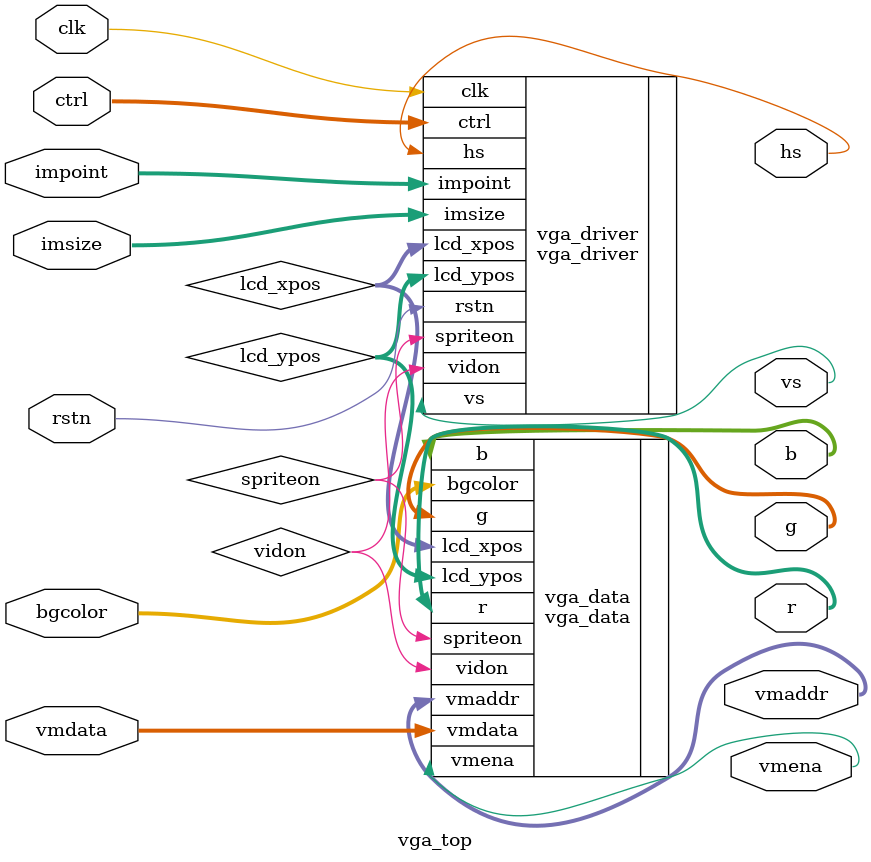
<source format=sv>
/**********************************************/
//支持二值图像显示,显示分辨率640*480@60Hz     //
/**********************************************/
module vga_top(
   input 					clk, 				
   input 					rstn,              
   input	[31 : 0]		ctrl,		// 连接AXI4接口中的0号寄存器——slv_reg0
   input 	[31 : 0] 		impoint,	// 连接AXI4接口中的1号寄存器——slv_reg1
   input 	[31 : 0] 		imsize,		// 连接AXI4接口中的2号寄存器——slv_reg2
   input 	[31 : 0] 		bgcolor,	// 连接AXI4接口中的3号寄存器——slv_reg3
   input 	[0  :31] 		vmdata,

   output 					vmena,
   output 	[31 : 0] 		vmaddr,
   output  	[3  : 0] 		r,  
   output  	[3  : 0] 		g,  
   output  	[3  : 0] 		b,  
   output 					hs,  
   output 					vs
);
   wire vidon, spriteon;
   wire [9 : 0] lcd_xpos, lcd_ypos;
   
   vga_driver 	vga_driver( 	.clk(clk), .rstn(rstn), 
						.ctrl(ctrl), .impoint(impoint), .imsize(imsize), 
						.hs(hs), .vs(vs), .vidon(vidon), .spriteon(spriteon), 
						.lcd_xpos(lcd_xpos), .lcd_ypos(lcd_ypos));
					
					
					
   vga_data 	vga_data( 	.lcd_xpos(lcd_xpos), .lcd_ypos(lcd_ypos),.vidon(vidon), .spriteon(spriteon), 
						.bgcolor(bgcolor), .vmdata(vmdata), .vmaddr(vmaddr), .vmena(vmena), 
						.r(r), .g(g), .b(b) );

endmodule
</source>
